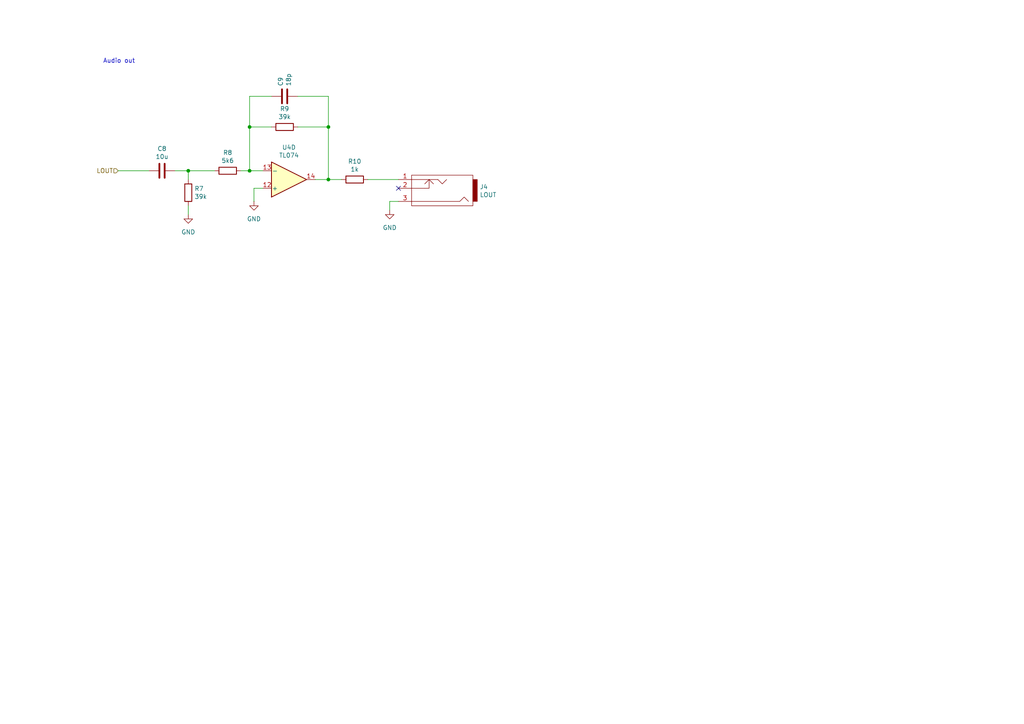
<source format=kicad_sch>
(kicad_sch (version 20231120) (generator "eeschema") (generator_version "8.0")
  (paper "A4")
  (lib_symbols
    (symbol "Amplifier_Operational:TL074" (pin_names (offset 0.127))
      (property "Reference" "U" (at 0 5.08 0))
      (property "Value" "TL074" (at 0 -5.08 0))
      (symbol "TL074_1_1"
        (polyline (pts (xy -5.08 5.08) (xy 5.08 0) (xy -5.08 -5.08) (xy -5.08 5.08)) (stroke (width 0.254)) (fill (type background)))
        (pin output line (at 7.62 0 180) (length 2.54) (name "~") (number "1"))
        (pin input line (at -7.62 -2.54 0) (length 2.54) (name "-") (number "2"))
        (pin input line (at -7.62 2.54 0) (length 2.54) (name "+") (number "3"))
      )
      (symbol "TL074_2_1"
        (polyline (pts (xy -5.08 5.08) (xy 5.08 0) (xy -5.08 -5.08) (xy -5.08 5.08)) (stroke (width 0.254)) (fill (type background)))
        (pin input line (at -7.62 2.54 0) (length 2.54) (name "+") (number "5"))
        (pin input line (at -7.62 -2.54 0) (length 2.54) (name "-") (number "6"))
        (pin output line (at 7.62 0 180) (length 2.54) (name "~") (number "7"))
      )
      (symbol "TL074_3_1"
        (polyline (pts (xy -5.08 5.08) (xy 5.08 0) (xy -5.08 -5.08) (xy -5.08 5.08)) (stroke (width 0.254)) (fill (type background)))
        (pin input line (at -7.62 2.54 0) (length 2.54) (name "+") (number "10"))
        (pin output line (at 7.62 0 180) (length 2.54) (name "~") (number "8"))
        (pin input line (at -7.62 -2.54 0) (length 2.54) (name "-") (number "9"))
      )
      (symbol "TL074_4_1"
        (polyline (pts (xy -5.08 5.08) (xy 5.08 0) (xy -5.08 -5.08) (xy -5.08 5.08)) (stroke (width 0.254)) (fill (type background)))
        (pin input line (at -7.62 2.54 0) (length 2.54) (name "+") (number "12"))
        (pin input line (at -7.62 -2.54 0) (length 2.54) (name "-") (number "13"))
        (pin output line (at 7.62 0 180) (length 2.54) (name "~") (number "14"))
      )
      (symbol "TL074_5_1"
        (pin power_in line (at -2.54 -7.62 90) (length 3.81) (name "V-") (number "11"))
        (pin power_in line (at -2.54 7.62 270) (length 3.81) (name "V+") (number "4"))
      )
    )
    (symbol "Device:C" (pin_numbers hide) (pin_names (offset 0.254))
      (property "Reference" "C" (at 0.635 2.54 0))
      (property "Value" "C" (at 0.635 -2.54 0))
      (symbol "C_0_1"
        (polyline (pts (xy -2.032 -0.762) (xy 2.032 -0.762)) (stroke (width 0.508)))
        (polyline (pts (xy -2.032 0.762) (xy 2.032 0.762)) (stroke (width 0.508)))
      )
      (symbol "C_1_1"
        (pin passive line (at 0 3.81 270) (length 2.794) (name "~") (number "1"))
        (pin passive line (at 0 -3.81 90) (length 2.794) (name "~") (number "2"))
      )
    )
    (symbol "Device:R" (pin_numbers hide) (pin_names (offset 0))
      (property "Reference" "R" (at 2.032 0 90))
      (property "Value" "R" (at 0 0 90))
      (symbol "R_0_1"
        (rectangle (start -1.016 -2.54) (end 1.016 2.54) (stroke (width 0.254)))
      )
      (symbol "R_1_1"
        (pin passive line (at 0 3.81 270) (length 1.27) (name "~") (number "1"))
        (pin passive line (at 0 -3.81 90) (length 1.27) (name "~") (number "2"))
      )
    )
    (symbol "jack_2p:JACK_2P" (pin_names (offset 1.016))
      (property "Reference" "J" (at -8.89 -5.08 0))
      (property "Value" "jack_2p_JACK_2P" (at -3.81 6.35 0))
      (symbol "JACK_2P_0_1"
        (rectangle (start -11.43 3.81) (end -10.16 -2.54) (fill (type outline)))
        (polyline (pts (xy 3.81 0) (xy 7.62 0) (xy 7.62 0)))
        (polyline (pts (xy 0 -2.54) (xy -1.27 -1.27) (xy -2.54 -2.54) (xy -2.54 -2.54)))
        (polyline (pts (xy 0 -2.54) (xy 7.62 -2.54) (xy 7.62 -2.54) (xy 7.62 -2.54)))
        (polyline (pts (xy 1.27 -1.27) (xy 2.54 -2.54) (xy 3.81 -1.27) (xy 3.81 -1.27)))
        (polyline (pts (xy 3.81 0) (xy 2.54 0) (xy 2.54 -2.54) (xy 2.54 -2.54)))
        (polyline (pts (xy 7.62 3.81) (xy -6.35 3.81) (xy -7.62 2.54) (xy -8.89 3.81) (xy -8.89 3.81)))
        (rectangle (start 7.62 -3.81) (end -10.16 5.08))
      )
      (symbol "JACK_2P_1_1"
        (pin passive line (at 11.43 -2.54 180) (length 3.81) (name "~") (number "1"))
        (pin passive line (at 11.43 0 180) (length 3.81) (name "~") (number "2"))
        (pin passive line (at 11.43 3.81 180) (length 3.81) (name "~") (number "3"))
      )
    )
    (symbol "power:GND" (power) (pin_numbers hide) (pin_names (offset 0) hide)
      (property "Value" "GND" (at 0 -3.81 0))
      (symbol "GND_0_1"
        (polyline (pts (xy 0 0) (xy 0 -1.27) (xy 1.27 -1.27) (xy 0 -2.54) (xy -1.27 -1.27) (xy 0 -1.27)))
      )
      (symbol "GND_1_1"
        (pin power_in line (at 0 0 270) (length 0) (name "~") (number "1"))
      )
    )
  )
  (junction (at 95.25 36.83))
  (junction (at 54.61 49.53))
  (junction (at 72.39 36.83))
  (junction (at 72.39 49.53))
  (junction (at 95.25 52.07))
  (no_connect (at 115.57 54.61))
  (wire (pts (xy 95.25 27.94) (xy 95.25 36.83)))
  (wire (pts (xy 50.8 49.53) (xy 54.61 49.53)))
  (wire (pts (xy 54.61 52.07) (xy 54.61 49.53)))
  (wire (pts (xy 106.68 52.07) (xy 115.57 52.07)))
  (wire (pts (xy 54.61 49.53) (xy 62.23 49.53)))
  (wire (pts (xy 72.39 49.53) (xy 76.2 49.53)))
  (wire (pts (xy 54.61 59.69) (xy 54.61 62.23)))
  (wire (pts (xy 72.39 36.83) (xy 72.39 49.53)))
  (wire (pts (xy 73.66 54.61) (xy 73.66 58.42)))
  (wire (pts (xy 78.74 27.94) (xy 72.39 27.94)))
  (wire (pts (xy 86.36 36.83) (xy 95.25 36.83)))
  (wire (pts (xy 86.36 27.94) (xy 95.25 27.94)))
  (wire (pts (xy 115.57 58.42) (xy 113.03 58.42)))
  (wire (pts (xy 78.74 36.83) (xy 72.39 36.83)))
  (wire (pts (xy 95.25 36.83) (xy 95.25 52.07)))
  (wire (pts (xy 95.25 52.07) (xy 99.06 52.07)))
  (wire (pts (xy 43.18 49.53) (xy 34.29 49.53)))
  (wire (pts (xy 91.44 52.07) (xy 95.25 52.07)))
  (wire (pts (xy 72.39 27.94) (xy 72.39 36.83)))
  (wire (pts (xy 76.2 54.61) (xy 73.66 54.61)))
  (wire (pts (xy 113.03 58.42) (xy 113.03 60.96)))
  (wire (pts (xy 69.85 49.53) (xy 72.39 49.53)))
  (text "Audio out\n" (at 34.544 17.78 0) (effects (font (size 1.27 1.27))))
  (hierarchical_label "LOUT" (shape input) (at 34.29 49.53 180))
  (symbol (lib_id "power:GND") (at 73.66 58.42 0) (unit 1)
    (property "Reference" "#PWR024" (effects (hide yes)))
    (property "Value" "GND" (at 73.66 63.5 0))
    (property "Description" "Power symbol creates a global label with name \"GND\" , ground" (effects (hide yes)))
  )
  (symbol (lib_id "Device:R") (at 82.55 36.83 270) (unit 1)
    (property "Reference" "R9" (at 82.55 31.5722 90))
    (property "Value" "39k" (at 82.55 33.8836 90))
    (property "Footprint" "Resistor_SMD:R_0603_1608Metric" (effects (hide yes)))
  )
  (symbol (lib_id "jack_2p:JACK_2P") (at 127 54.61 180) (unit 1)
    (property "Reference" "J4" (at 139.1412 54.2036 0) (effects (justify right)))
    (property "Value" "LOUT" (at 139.1412 56.515 0) (effects (justify right)))
    (property "Footprint" "connectors:THONKICONN" (effects (hide yes)))
  )
  (symbol (lib_id "Device:R") (at 102.87 52.07 270) (unit 1)
    (property "Reference" "R10" (at 102.87 46.8122 90))
    (property "Value" "1k" (at 102.87 49.1236 90))
    (property "Footprint" "Resistor_SMD:R_0603_1608Metric" (effects (hide yes)))
  )
  (symbol (lib_id "power:GND") (at 113.03 60.96 0) (unit 1)
    (property "Reference" "#PWR025" (effects (hide yes)))
    (property "Value" "GND" (at 113.03 66.04 0))
    (property "Description" "Power symbol creates a global label with name \"GND\" , ground" (effects (hide yes)))
  )
  (symbol (lib_id "Device:C") (at 82.55 27.94 90) (unit 1)
    (property "Reference" "C9" (at 81.3816 25.019 0) (effects (justify left)))
    (property "Value" "18p" (at 83.693 25.019 0) (effects (justify left)))
    (property "Footprint" "Capacitor_SMD:C_0603_1608Metric" (effects (hide yes)))
  )
  (symbol (lib_id "Device:R") (at 54.61 55.88 0) (unit 1)
    (property "Reference" "R7" (at 56.388 54.7116 0) (effects (justify left)))
    (property "Value" "39k" (at 56.388 57.023 0) (effects (justify left)))
    (property "Footprint" "Resistor_SMD:R_0603_1608Metric" (effects (hide yes)))
  )
  (symbol (lib_id "power:GND") (at 54.61 62.23 0) (unit 1)
    (property "Reference" "#PWR023" (effects (hide yes)))
    (property "Value" "GND" (at 54.61 67.31 0))
    (property "Description" "Power symbol creates a global label with name \"GND\" , ground" (effects (hide yes)))
  )
  (symbol (lib_id "Device:R") (at 66.04 49.53 270) (unit 1)
    (property "Reference" "R8" (at 66.04 44.2722 90))
    (property "Value" "5k6" (at 66.04 46.5836 90))
    (property "Footprint" "Resistor_SMD:R_0603_1608Metric" (effects (hide yes)))
  )
  (symbol (lib_id "Amplifier_Operational:TL074") (at 83.82 52.07 0) (mirror x) (unit 4)
    (property "Reference" "U4" (at 83.82 42.7482 0))
    (property "Value" "TL074" (at 83.82 45.0596 0))
    (property "Footprint" "Package_SO:TSSOP-14_4.4x5mm_P0.65mm" (effects (hide yes)))
    (property "Datasheet" "http://www.ti.com/lit/ds/symlink/tl071.pdf" (effects (hide yes)))
  )
  (symbol (lib_id "Device:C") (at 46.99 49.53 270) (unit 1)
    (property "Reference" "C8" (at 46.99 43.1292 90))
    (property "Value" "10u" (at 46.99 45.4406 90))
    (property "Footprint" "Capacitor_SMD:C_0805_2012Metric" (effects (hide yes)))
  )
)
</source>
